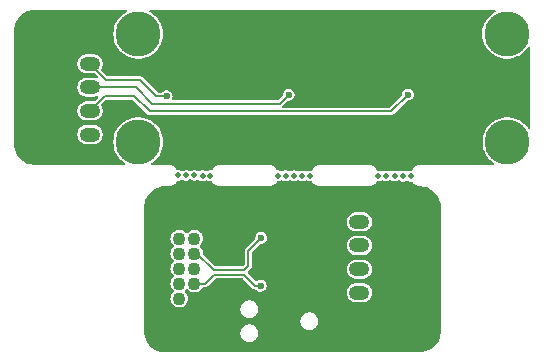
<source format=gbr>
%TF.GenerationSoftware,KiCad,Pcbnew,8.0.3*%
%TF.CreationDate,2025-09-30T21:19:19-04:00*%
%TF.ProjectId,NewHallSensorsLimitSwitches,4e657748-616c-46c5-9365-6e736f72734c,rev?*%
%TF.SameCoordinates,Original*%
%TF.FileFunction,Copper,L2,Bot*%
%TF.FilePolarity,Positive*%
%FSLAX46Y46*%
G04 Gerber Fmt 4.6, Leading zero omitted, Abs format (unit mm)*
G04 Created by KiCad (PCBNEW 8.0.3) date 2025-09-30 21:19:19*
%MOMM*%
%LPD*%
G01*
G04 APERTURE LIST*
G04 Aperture macros list*
%AMRoundRect*
0 Rectangle with rounded corners*
0 $1 Rounding radius*
0 $2 $3 $4 $5 $6 $7 $8 $9 X,Y pos of 4 corners*
0 Add a 4 corners polygon primitive as box body*
4,1,4,$2,$3,$4,$5,$6,$7,$8,$9,$2,$3,0*
0 Add four circle primitives for the rounded corners*
1,1,$1+$1,$2,$3*
1,1,$1+$1,$4,$5*
1,1,$1+$1,$6,$7*
1,1,$1+$1,$8,$9*
0 Add four rect primitives between the rounded corners*
20,1,$1+$1,$2,$3,$4,$5,0*
20,1,$1+$1,$4,$5,$6,$7,0*
20,1,$1+$1,$6,$7,$8,$9,0*
20,1,$1+$1,$8,$9,$2,$3,0*%
G04 Aperture macros list end*
%TA.AperFunction,ComponentPad*%
%ADD10RoundRect,0.250000X-0.625000X0.350000X-0.625000X-0.350000X0.625000X-0.350000X0.625000X0.350000X0*%
%TD*%
%TA.AperFunction,ComponentPad*%
%ADD11O,1.750000X1.200000*%
%TD*%
%TA.AperFunction,ComponentPad*%
%ADD12C,3.800000*%
%TD*%
%TA.AperFunction,ComponentPad*%
%ADD13RoundRect,0.250000X0.625000X-0.350000X0.625000X0.350000X-0.625000X0.350000X-0.625000X-0.350000X0*%
%TD*%
%TA.AperFunction,ComponentPad*%
%ADD14C,1.100000*%
%TD*%
%TA.AperFunction,ViaPad*%
%ADD15C,0.500000*%
%TD*%
%TA.AperFunction,ViaPad*%
%ADD16C,0.600000*%
%TD*%
%TA.AperFunction,Conductor*%
%ADD17C,0.200000*%
%TD*%
G04 APERTURE END LIST*
D10*
%TO.P,Je1,1,Pin_1*%
%TO.N,+5V*%
X146040000Y-106010000D03*
D11*
%TO.P,Je1,2,Pin_2*%
%TO.N,/Out_1*%
X146040000Y-108010000D03*
%TO.P,Je1,3,Pin_3*%
%TO.N,/Out_2*%
X146040000Y-110010000D03*
%TO.P,Je1,4,Pin_4*%
%TO.N,/Out_3*%
X146040000Y-112010000D03*
%TO.P,Je1,5,Pin_5*%
%TO.N,GND*%
X146040000Y-114010000D03*
%TD*%
D12*
%TO.P,H8,1*%
%TO.N,N/C*%
X181375000Y-114660000D03*
%TD*%
%TO.P,H8,1*%
%TO.N,N/C*%
X150125000Y-114650000D03*
%TD*%
D13*
%TO.P,Je2,1,Pin_1*%
%TO.N,GND*%
X168855000Y-129405000D03*
D11*
%TO.P,Je2,2,Pin_2*%
%TO.N,/Hall_3*%
X168855000Y-127405000D03*
%TO.P,Je2,3,Pin_3*%
%TO.N,/Hall_2*%
X168855000Y-125405000D03*
%TO.P,Je2,4,Pin_4*%
%TO.N,/Hall_1*%
X168855000Y-123405000D03*
%TO.P,Je2,5,Pin_5*%
%TO.N,+5V*%
X168855000Y-121405000D03*
%TD*%
D14*
%TO.P,J3,1,Pin_1*%
%TO.N,N/C*%
X153605000Y-122815000D03*
%TO.P,J3,2,Pin_2*%
%TO.N,+5V*%
X154875000Y-122815000D03*
%TO.P,J3,3,Pin_3*%
%TO.N,N/C*%
X153605000Y-124085000D03*
%TO.P,J3,4,Pin_4*%
%TO.N,/F_lim_dig*%
X154875000Y-124085000D03*
%TO.P,J3,5,Pin_5*%
%TO.N,N/C*%
X153605000Y-125355000D03*
%TO.P,J3,6,Pin_6*%
X154875000Y-125355000D03*
%TO.P,J3,7,Pin_7*%
X153605000Y-126625000D03*
%TO.P,J3,8,Pin_8*%
%TO.N,/R_lim_dig*%
X154875000Y-126625000D03*
%TO.P,J3,9,Pin_9*%
%TO.N,N/C*%
X153605000Y-127895000D03*
%TO.P,J3,10,Pin_10*%
%TO.N,GND*%
X154875000Y-127895000D03*
%TD*%
D12*
%TO.P,H7,1*%
%TO.N,N/C*%
X150120000Y-105500000D03*
%TD*%
%TO.P,H7,1*%
%TO.N,N/C*%
X181350000Y-105480000D03*
%TD*%
D15*
%TO.N,*%
X153499997Y-117475000D03*
X163324997Y-117500000D03*
X162599997Y-117500000D03*
X171099997Y-117525000D03*
X161949994Y-117500000D03*
X172524997Y-117550000D03*
X154150000Y-117475000D03*
X164024997Y-117525000D03*
X170449994Y-117525000D03*
X171824997Y-117525000D03*
X164675000Y-117525000D03*
X154875000Y-117475000D03*
X156225003Y-117500000D03*
X173175000Y-117550000D03*
X155575000Y-117500000D03*
D16*
%TO.N,GND*%
X158075000Y-129745000D03*
X160415000Y-121005000D03*
X160375000Y-124905000D03*
X165905000Y-126335000D03*
%TO.N,+5V*%
X164850000Y-106975000D03*
X154250000Y-110805000D03*
X164580000Y-110745000D03*
X154340000Y-107005000D03*
X174870000Y-107005000D03*
X174650000Y-110755000D03*
%TO.N,/Out_1*%
X152520000Y-110775000D03*
%TO.N,/Out_2*%
X162850000Y-110650000D03*
%TO.N,/Out_3*%
X172960000Y-110630000D03*
%TO.N,/R_lim_dig*%
X160485000Y-126815000D03*
%TO.N,/F_lim_dig*%
X160535000Y-122765000D03*
%TD*%
D17*
%TO.N,/Out_1*%
X147400000Y-109370000D02*
X146040000Y-108010000D01*
X152520000Y-110775000D02*
X151665000Y-110775000D01*
X151665000Y-110775000D02*
X150260000Y-109370000D01*
X150260000Y-109370000D02*
X147400000Y-109370000D01*
%TO.N,/Out_2*%
X151280000Y-111400000D02*
X149890000Y-110010000D01*
X153996471Y-111400000D02*
X151280000Y-111400000D01*
X154001471Y-111405000D02*
X153996471Y-111400000D01*
X162850000Y-110650000D02*
X162095000Y-111405000D01*
X162095000Y-111405000D02*
X154001471Y-111405000D01*
X149890000Y-110010000D02*
X146040000Y-110010000D01*
%TO.N,/Out_3*%
X147300000Y-110750000D02*
X146040000Y-112010000D01*
X145960000Y-111970000D02*
X145920000Y-111930000D01*
X171540000Y-112050000D02*
X151080000Y-112050000D01*
X172960000Y-110630000D02*
X171540000Y-112050000D01*
X149780000Y-110750000D02*
X147300000Y-110750000D01*
X151080000Y-112050000D02*
X149780000Y-110750000D01*
%TO.N,/R_lim_dig*%
X156515000Y-125875000D02*
X155765000Y-126625000D01*
X159095000Y-125875000D02*
X156515000Y-125875000D01*
X160035000Y-126815000D02*
X159095000Y-125875000D01*
X155765000Y-126625000D02*
X154875000Y-126625000D01*
X160485000Y-126815000D02*
X160035000Y-126815000D01*
%TO.N,/F_lim_dig*%
X156525000Y-125475000D02*
X155135000Y-124085000D01*
X159105000Y-125475000D02*
X156525000Y-125475000D01*
X160535000Y-122765000D02*
X159435000Y-123865000D01*
X155135000Y-124085000D02*
X154875000Y-124085000D01*
X159435000Y-123865000D02*
X159435000Y-125145000D01*
X159435000Y-125145000D02*
X159105000Y-125475000D01*
%TD*%
%TA.AperFunction,Conductor*%
%TO.N,+5V*%
G36*
X180349157Y-103469633D02*
G01*
X180385132Y-103519125D01*
X180385145Y-103580310D01*
X180349192Y-103629818D01*
X180342423Y-103634325D01*
X180135861Y-103759939D01*
X180135847Y-103759949D01*
X179912952Y-103941287D01*
X179912951Y-103941288D01*
X179912948Y-103941291D01*
X179912947Y-103941292D01*
X179866623Y-103990893D01*
X179716810Y-104151303D01*
X179716805Y-104151309D01*
X179551098Y-104386065D01*
X179418895Y-104641204D01*
X179360716Y-104804903D01*
X179343674Y-104852859D01*
X179322665Y-104911972D01*
X179264203Y-105193308D01*
X179264201Y-105193317D01*
X179244592Y-105479996D01*
X179244592Y-105480003D01*
X179264201Y-105766682D01*
X179264202Y-105766686D01*
X179322666Y-106048032D01*
X179418896Y-106318797D01*
X179551099Y-106573936D01*
X179716811Y-106808698D01*
X179912947Y-107018708D01*
X180135853Y-107200055D01*
X180135859Y-107200059D01*
X180135861Y-107200060D01*
X180381370Y-107349358D01*
X180381382Y-107349365D01*
X180568237Y-107430526D01*
X180644942Y-107463844D01*
X180921642Y-107541371D01*
X181206322Y-107580500D01*
X181206328Y-107580500D01*
X181493672Y-107580500D01*
X181493678Y-107580500D01*
X181778358Y-107541371D01*
X182055058Y-107463844D01*
X182229183Y-107388211D01*
X182318617Y-107349365D01*
X182318620Y-107349362D01*
X182318625Y-107349361D01*
X182564147Y-107200055D01*
X182787053Y-107018708D01*
X182983189Y-106808698D01*
X183112664Y-106625271D01*
X183161664Y-106588638D01*
X183222844Y-106587802D01*
X183272831Y-106623086D01*
X183292532Y-106681013D01*
X183292541Y-106682156D01*
X183306910Y-113442361D01*
X183288126Y-113500591D01*
X183238703Y-113536660D01*
X183177518Y-113536790D01*
X183127941Y-113500932D01*
X183127030Y-113499662D01*
X183008194Y-113331309D01*
X183008193Y-113331308D01*
X183008189Y-113331302D01*
X182812053Y-113121292D01*
X182799756Y-113111288D01*
X182589152Y-112939949D01*
X182589151Y-112939948D01*
X182589147Y-112939945D01*
X182589142Y-112939942D01*
X182589138Y-112939939D01*
X182343629Y-112790641D01*
X182343617Y-112790634D01*
X182080063Y-112676158D01*
X182080061Y-112676157D01*
X182080058Y-112676156D01*
X181803358Y-112598629D01*
X181518678Y-112559500D01*
X181231322Y-112559500D01*
X180946642Y-112598629D01*
X180669942Y-112676156D01*
X180669939Y-112676156D01*
X180669936Y-112676158D01*
X180406382Y-112790634D01*
X180406370Y-112790641D01*
X180160861Y-112939939D01*
X180160847Y-112939949D01*
X179937952Y-113121287D01*
X179937951Y-113121288D01*
X179741810Y-113331303D01*
X179741805Y-113331309D01*
X179576098Y-113566065D01*
X179443895Y-113821204D01*
X179385716Y-113984903D01*
X179348777Y-114088844D01*
X179347665Y-114091972D01*
X179289203Y-114373308D01*
X179289201Y-114373317D01*
X179269592Y-114659996D01*
X179269592Y-114660003D01*
X179289201Y-114946682D01*
X179289202Y-114946686D01*
X179347666Y-115228032D01*
X179443896Y-115498797D01*
X179554087Y-115711454D01*
X179576098Y-115753934D01*
X179734746Y-115978690D01*
X179741811Y-115988698D01*
X179937947Y-116198708D01*
X180160853Y-116380055D01*
X180165793Y-116383059D01*
X180179644Y-116391482D01*
X180219540Y-116437872D01*
X180224549Y-116498852D01*
X180192758Y-116551130D01*
X180136311Y-116574738D01*
X180128605Y-116575069D01*
X174074251Y-116599499D01*
X174073852Y-116599500D01*
X173986306Y-116599500D01*
X173812334Y-116634106D01*
X173812332Y-116634106D01*
X173648455Y-116701985D01*
X173648454Y-116701985D01*
X173500965Y-116800535D01*
X173375533Y-116925967D01*
X173288982Y-117055501D01*
X173240933Y-117093381D01*
X173206667Y-117099500D01*
X173110225Y-117099500D01*
X173088124Y-117105990D01*
X173060233Y-117110000D01*
X172639764Y-117110000D01*
X172611873Y-117105990D01*
X172589771Y-117099500D01*
X172589769Y-117099500D01*
X172460225Y-117099500D01*
X172460222Y-117099500D01*
X172438121Y-117105990D01*
X172410230Y-117110000D01*
X172024908Y-117110000D01*
X171997017Y-117105990D01*
X171889771Y-117074500D01*
X171889769Y-117074500D01*
X171760225Y-117074500D01*
X171760222Y-117074500D01*
X171652977Y-117105990D01*
X171625086Y-117110000D01*
X171299908Y-117110000D01*
X171272017Y-117105990D01*
X171164771Y-117074500D01*
X171164769Y-117074500D01*
X171035225Y-117074500D01*
X171035222Y-117074500D01*
X170927977Y-117105990D01*
X170900086Y-117110000D01*
X170649905Y-117110000D01*
X170622014Y-117105990D01*
X170514768Y-117074500D01*
X170514766Y-117074500D01*
X170426629Y-117074500D01*
X170368438Y-117055593D01*
X170344314Y-117030502D01*
X170274464Y-116925965D01*
X170149034Y-116800535D01*
X170001544Y-116701985D01*
X169837666Y-116634106D01*
X169663693Y-116599500D01*
X169663691Y-116599500D01*
X169640892Y-116599500D01*
X165665892Y-116599500D01*
X165600000Y-116599500D01*
X165511309Y-116599500D01*
X165511306Y-116599500D01*
X165337334Y-116634106D01*
X165337332Y-116634106D01*
X165173455Y-116701985D01*
X165173454Y-116701985D01*
X165025965Y-116800535D01*
X164900535Y-116925965D01*
X164830553Y-117030701D01*
X164782503Y-117068580D01*
X164746852Y-117072351D01*
X164746852Y-117074500D01*
X164610225Y-117074500D01*
X164502980Y-117105990D01*
X164475089Y-117110000D01*
X164224908Y-117110000D01*
X164197017Y-117105990D01*
X164089771Y-117074500D01*
X164089769Y-117074500D01*
X163960225Y-117074500D01*
X163960222Y-117074500D01*
X163852977Y-117105990D01*
X163825086Y-117110000D01*
X163580486Y-117110000D01*
X163526963Y-117094284D01*
X163514070Y-117085998D01*
X163514067Y-117085996D01*
X163514066Y-117085996D01*
X163514063Y-117085995D01*
X163389771Y-117049500D01*
X163389769Y-117049500D01*
X163260225Y-117049500D01*
X163260222Y-117049500D01*
X163135930Y-117085995D01*
X163135923Y-117085998D01*
X163123031Y-117094284D01*
X163069508Y-117110000D01*
X162855486Y-117110000D01*
X162801963Y-117094284D01*
X162789070Y-117085998D01*
X162789067Y-117085996D01*
X162789066Y-117085996D01*
X162789063Y-117085995D01*
X162664771Y-117049500D01*
X162664769Y-117049500D01*
X162535225Y-117049500D01*
X162535222Y-117049500D01*
X162410930Y-117085995D01*
X162410923Y-117085998D01*
X162398031Y-117094284D01*
X162344508Y-117110000D01*
X162205483Y-117110000D01*
X162151960Y-117094284D01*
X162139067Y-117085998D01*
X162139064Y-117085996D01*
X162139063Y-117085996D01*
X162139060Y-117085995D01*
X162014768Y-117049500D01*
X162014766Y-117049500D01*
X161934925Y-117049500D01*
X161876734Y-117030593D01*
X161852610Y-117005502D01*
X161799464Y-116925965D01*
X161674034Y-116800535D01*
X161526544Y-116701985D01*
X161362666Y-116634106D01*
X161188693Y-116599500D01*
X161188691Y-116599500D01*
X161165892Y-116599500D01*
X157190892Y-116599500D01*
X157125000Y-116599500D01*
X157036309Y-116599500D01*
X157036306Y-116599500D01*
X156862334Y-116634106D01*
X156862332Y-116634106D01*
X156698455Y-116701985D01*
X156698454Y-116701985D01*
X156550962Y-116800537D01*
X156425535Y-116925965D01*
X156372390Y-117005502D01*
X156324340Y-117043381D01*
X156290075Y-117049500D01*
X156160228Y-117049500D01*
X156035936Y-117085995D01*
X156035929Y-117085998D01*
X156023037Y-117094284D01*
X155969514Y-117110000D01*
X155830489Y-117110000D01*
X155776966Y-117094284D01*
X155764073Y-117085998D01*
X155764070Y-117085996D01*
X155764069Y-117085996D01*
X155764066Y-117085995D01*
X155639774Y-117049500D01*
X155639772Y-117049500D01*
X155510228Y-117049500D01*
X155510225Y-117049500D01*
X155385933Y-117085995D01*
X155385926Y-117085998D01*
X155373034Y-117094284D01*
X155319511Y-117110000D01*
X155169389Y-117110000D01*
X155115867Y-117094284D01*
X155064069Y-117060996D01*
X155045668Y-117055593D01*
X154939774Y-117024500D01*
X154939772Y-117024500D01*
X154810228Y-117024500D01*
X154810225Y-117024500D01*
X154685933Y-117060995D01*
X154685930Y-117060996D01*
X154674130Y-117068580D01*
X154634132Y-117094284D01*
X154580611Y-117110000D01*
X154444389Y-117110000D01*
X154390867Y-117094284D01*
X154339069Y-117060996D01*
X154320668Y-117055593D01*
X154214774Y-117024500D01*
X154214772Y-117024500D01*
X154085228Y-117024500D01*
X154085225Y-117024500D01*
X153960933Y-117060995D01*
X153960930Y-117060996D01*
X153949130Y-117068580D01*
X153909132Y-117094284D01*
X153855611Y-117110000D01*
X153794386Y-117110000D01*
X153740864Y-117094284D01*
X153689066Y-117060996D01*
X153670665Y-117055593D01*
X153564771Y-117024500D01*
X153564769Y-117024500D01*
X153443220Y-117024500D01*
X153385029Y-117005593D01*
X153360905Y-116980502D01*
X153324464Y-116925965D01*
X153199034Y-116800535D01*
X153051544Y-116701985D01*
X152887666Y-116634106D01*
X152713693Y-116599500D01*
X152713691Y-116599500D01*
X152626239Y-116599500D01*
X152625829Y-116599499D01*
X151323634Y-116594106D01*
X151265522Y-116574958D01*
X151229764Y-116525309D01*
X151230017Y-116464125D01*
X151266185Y-116414774D01*
X151272593Y-116410527D01*
X151339147Y-116370055D01*
X151562053Y-116188708D01*
X151758189Y-115978698D01*
X151923901Y-115743936D01*
X152056104Y-115488797D01*
X152152334Y-115218032D01*
X152210798Y-114936686D01*
X152230408Y-114650000D01*
X152229162Y-114631789D01*
X152219202Y-114486179D01*
X152210798Y-114363314D01*
X152152334Y-114081968D01*
X152056104Y-113811203D01*
X151923901Y-113556064D01*
X151758189Y-113321302D01*
X151562053Y-113111292D01*
X151339147Y-112929945D01*
X151339142Y-112929942D01*
X151339138Y-112929939D01*
X151093629Y-112780641D01*
X151093617Y-112780634D01*
X150830063Y-112666158D01*
X150830061Y-112666157D01*
X150830058Y-112666156D01*
X150553358Y-112588629D01*
X150268678Y-112549500D01*
X149981322Y-112549500D01*
X149696642Y-112588629D01*
X149696638Y-112588629D01*
X149696638Y-112588630D01*
X149620646Y-112609921D01*
X149419942Y-112666156D01*
X149419939Y-112666156D01*
X149419936Y-112666158D01*
X149156382Y-112780634D01*
X149156370Y-112780641D01*
X148910861Y-112929939D01*
X148910847Y-112929949D01*
X148687952Y-113111287D01*
X148687951Y-113111288D01*
X148687948Y-113111291D01*
X148687947Y-113111292D01*
X148678608Y-113121292D01*
X148491810Y-113321303D01*
X148491805Y-113321309D01*
X148326098Y-113556065D01*
X148193895Y-113811204D01*
X148097665Y-114081972D01*
X148039203Y-114363308D01*
X148039201Y-114363317D01*
X148019592Y-114649996D01*
X148019592Y-114650003D01*
X148039201Y-114936682D01*
X148039202Y-114936686D01*
X148097666Y-115218032D01*
X148193896Y-115488797D01*
X148326099Y-115743936D01*
X148415313Y-115870324D01*
X148483800Y-115967350D01*
X148491811Y-115978698D01*
X148687947Y-116188708D01*
X148687951Y-116188711D01*
X148687952Y-116188712D01*
X148910847Y-116370050D01*
X148910850Y-116370053D01*
X148910852Y-116370054D01*
X148910853Y-116370055D01*
X148965304Y-116403167D01*
X149005198Y-116449556D01*
X149010207Y-116510536D01*
X148978416Y-116562814D01*
X148921969Y-116586422D01*
X148913654Y-116586754D01*
X141584379Y-116571243D01*
X141566527Y-116569581D01*
X141555344Y-116567506D01*
X141513684Y-116570773D01*
X141505739Y-116571076D01*
X141464099Y-116570989D01*
X141463967Y-116570989D01*
X141463966Y-116570989D01*
X141457534Y-116571822D01*
X141457459Y-116571243D01*
X141444147Y-116573035D01*
X141253702Y-116574609D01*
X141239874Y-116573753D01*
X141012858Y-116543660D01*
X140999285Y-116540883D01*
X140778686Y-116479390D01*
X140765633Y-116474745D01*
X140555780Y-116383059D01*
X140543504Y-116376638D01*
X140348502Y-116256553D01*
X140337242Y-116248480D01*
X140265124Y-116188712D01*
X140160913Y-116102347D01*
X140150903Y-116092795D01*
X139996692Y-115923467D01*
X139988108Y-115912601D01*
X139859054Y-115723417D01*
X139852066Y-115711454D01*
X139750687Y-115506109D01*
X139745438Y-115493288D01*
X139673715Y-115275793D01*
X139670308Y-115262364D01*
X139629653Y-115037000D01*
X139628153Y-115023227D01*
X139625210Y-114946682D01*
X139619373Y-114794832D01*
X139619300Y-114791029D01*
X139619300Y-114781109D01*
X139619349Y-114777979D01*
X139619479Y-114773861D01*
X139621133Y-114721586D01*
X139621132Y-114721580D01*
X139620490Y-114715127D01*
X139620776Y-114715098D01*
X139619296Y-114702305D01*
X139619294Y-114660003D01*
X139619261Y-113931155D01*
X144964500Y-113931155D01*
X144964500Y-114088844D01*
X144995263Y-114243496D01*
X144995263Y-114243498D01*
X145055603Y-114389174D01*
X145055609Y-114389185D01*
X145108312Y-114468059D01*
X145143211Y-114520289D01*
X145254711Y-114631789D01*
X145332876Y-114684017D01*
X145385814Y-114719390D01*
X145385825Y-114719396D01*
X145439638Y-114741685D01*
X145531503Y-114779737D01*
X145686158Y-114810500D01*
X145686159Y-114810500D01*
X146393841Y-114810500D01*
X146393842Y-114810500D01*
X146548497Y-114779737D01*
X146694179Y-114719394D01*
X146825289Y-114631789D01*
X146936789Y-114520289D01*
X147024394Y-114389179D01*
X147084737Y-114243497D01*
X147115500Y-114088842D01*
X147115500Y-113931158D01*
X147084737Y-113776503D01*
X147024394Y-113630821D01*
X147024393Y-113630819D01*
X147024390Y-113630814D01*
X146981125Y-113566064D01*
X146936789Y-113499711D01*
X146825289Y-113388211D01*
X146773059Y-113353312D01*
X146694185Y-113300609D01*
X146694174Y-113300603D01*
X146548497Y-113240263D01*
X146393844Y-113209500D01*
X146393842Y-113209500D01*
X145686158Y-113209500D01*
X145686155Y-113209500D01*
X145531503Y-113240263D01*
X145531501Y-113240263D01*
X145385825Y-113300603D01*
X145385814Y-113300609D01*
X145254711Y-113388211D01*
X145254707Y-113388214D01*
X145143214Y-113499707D01*
X145143211Y-113499711D01*
X145055609Y-113630814D01*
X145055603Y-113630825D01*
X144995263Y-113776501D01*
X144995263Y-113776503D01*
X144964500Y-113931155D01*
X139619261Y-113931155D01*
X139618989Y-107931155D01*
X144964500Y-107931155D01*
X144964500Y-108088844D01*
X144995263Y-108243496D01*
X144995263Y-108243498D01*
X145055603Y-108389174D01*
X145055609Y-108389185D01*
X145108312Y-108468059D01*
X145143211Y-108520289D01*
X145254711Y-108631789D01*
X145332876Y-108684017D01*
X145385814Y-108719390D01*
X145385825Y-108719396D01*
X145439638Y-108741685D01*
X145531503Y-108779737D01*
X145686158Y-108810500D01*
X145686159Y-108810500D01*
X146374521Y-108810500D01*
X146432712Y-108829407D01*
X146444525Y-108839496D01*
X146703225Y-109098196D01*
X146731002Y-109152713D01*
X146721431Y-109213145D01*
X146678166Y-109256410D01*
X146617734Y-109265981D01*
X146595336Y-109259664D01*
X146548497Y-109240263D01*
X146393844Y-109209500D01*
X146393842Y-109209500D01*
X145686158Y-109209500D01*
X145686155Y-109209500D01*
X145531503Y-109240263D01*
X145531501Y-109240263D01*
X145385825Y-109300603D01*
X145385814Y-109300609D01*
X145254711Y-109388211D01*
X145254707Y-109388214D01*
X145143214Y-109499707D01*
X145143211Y-109499711D01*
X145055609Y-109630814D01*
X145055603Y-109630825D01*
X144995263Y-109776501D01*
X144995263Y-109776503D01*
X144964500Y-109931155D01*
X144964500Y-110088844D01*
X144995263Y-110243496D01*
X144995263Y-110243498D01*
X145055603Y-110389174D01*
X145055609Y-110389185D01*
X145093241Y-110445504D01*
X145143211Y-110520289D01*
X145254711Y-110631789D01*
X145332876Y-110684017D01*
X145385814Y-110719390D01*
X145385825Y-110719396D01*
X145415704Y-110731772D01*
X145531503Y-110779737D01*
X145686158Y-110810500D01*
X145686159Y-110810500D01*
X146393841Y-110810500D01*
X146393842Y-110810500D01*
X146548497Y-110779737D01*
X146595336Y-110760335D01*
X146656329Y-110755534D01*
X146708499Y-110787502D01*
X146731915Y-110844030D01*
X146717632Y-110903525D01*
X146703224Y-110921802D01*
X146444524Y-111180503D01*
X146390007Y-111208281D01*
X146374520Y-111209500D01*
X145686155Y-111209500D01*
X145531503Y-111240263D01*
X145531501Y-111240263D01*
X145385825Y-111300603D01*
X145385814Y-111300609D01*
X145254711Y-111388211D01*
X145254707Y-111388214D01*
X145143214Y-111499707D01*
X145143211Y-111499711D01*
X145055609Y-111630814D01*
X145055603Y-111630825D01*
X144995263Y-111776501D01*
X144995263Y-111776503D01*
X144964500Y-111931155D01*
X144964500Y-112088844D01*
X144995263Y-112243496D01*
X144995263Y-112243498D01*
X145055603Y-112389174D01*
X145055609Y-112389185D01*
X145108312Y-112468059D01*
X145143211Y-112520289D01*
X145254711Y-112631789D01*
X145306145Y-112666156D01*
X145385814Y-112719390D01*
X145385825Y-112719396D01*
X145439638Y-112741685D01*
X145531503Y-112779737D01*
X145686158Y-112810500D01*
X145686159Y-112810500D01*
X146393841Y-112810500D01*
X146393842Y-112810500D01*
X146548497Y-112779737D01*
X146694179Y-112719394D01*
X146825289Y-112631789D01*
X146936789Y-112520289D01*
X147024394Y-112389179D01*
X147084737Y-112243497D01*
X147115500Y-112088842D01*
X147115500Y-111931158D01*
X147084737Y-111776503D01*
X147024394Y-111630821D01*
X147024394Y-111630820D01*
X147024392Y-111630818D01*
X146997337Y-111590326D01*
X146980728Y-111531438D01*
X147001906Y-111474035D01*
X147009649Y-111465321D01*
X147395475Y-111079496D01*
X147449991Y-111051719D01*
X147465478Y-111050500D01*
X149614521Y-111050500D01*
X149672712Y-111069407D01*
X149684525Y-111079496D01*
X150895489Y-112290460D01*
X150895491Y-112290461D01*
X150895492Y-112290462D01*
X150895493Y-112290463D01*
X150964008Y-112330020D01*
X150964006Y-112330020D01*
X150964010Y-112330021D01*
X150964012Y-112330022D01*
X151040438Y-112350500D01*
X151040440Y-112350500D01*
X171579563Y-112350500D01*
X171579563Y-112350499D01*
X171655989Y-112330021D01*
X171724511Y-112290460D01*
X171780460Y-112234511D01*
X172855474Y-111159495D01*
X172909991Y-111131719D01*
X172925478Y-111130500D01*
X173031959Y-111130500D01*
X173031961Y-111130500D01*
X173170053Y-111089953D01*
X173291128Y-111012143D01*
X173385377Y-110903373D01*
X173445165Y-110772457D01*
X173459683Y-110671483D01*
X173465647Y-110630002D01*
X173465647Y-110629997D01*
X173445165Y-110487543D01*
X173401922Y-110392855D01*
X173385377Y-110356627D01*
X173291128Y-110247857D01*
X173291127Y-110247856D01*
X173291126Y-110247855D01*
X173170057Y-110170049D01*
X173170054Y-110170047D01*
X173170053Y-110170047D01*
X173170050Y-110170046D01*
X173031964Y-110129500D01*
X173031961Y-110129500D01*
X172888039Y-110129500D01*
X172888035Y-110129500D01*
X172749949Y-110170046D01*
X172749942Y-110170049D01*
X172628873Y-110247855D01*
X172534622Y-110356628D01*
X172474834Y-110487543D01*
X172454353Y-110629997D01*
X172454353Y-110630003D01*
X172457441Y-110651482D01*
X172447007Y-110711771D01*
X172429453Y-110735574D01*
X171444525Y-111720504D01*
X171390008Y-111748281D01*
X171374521Y-111749500D01*
X162414479Y-111749500D01*
X162356288Y-111730593D01*
X162320324Y-111681093D01*
X162320324Y-111619907D01*
X162344475Y-111580497D01*
X162745473Y-111179497D01*
X162799990Y-111151719D01*
X162815477Y-111150500D01*
X162921959Y-111150500D01*
X162921961Y-111150500D01*
X163060053Y-111109953D01*
X163181128Y-111032143D01*
X163275377Y-110923373D01*
X163335165Y-110792457D01*
X163345506Y-110720534D01*
X163355647Y-110650002D01*
X163355647Y-110649997D01*
X163335165Y-110507543D01*
X163326031Y-110487543D01*
X163275377Y-110376627D01*
X163181128Y-110267857D01*
X163181127Y-110267856D01*
X163181126Y-110267855D01*
X163060057Y-110190049D01*
X163060054Y-110190047D01*
X163060053Y-110190047D01*
X163060050Y-110190046D01*
X162921964Y-110149500D01*
X162921961Y-110149500D01*
X162778039Y-110149500D01*
X162778035Y-110149500D01*
X162639949Y-110190046D01*
X162639942Y-110190049D01*
X162518873Y-110267855D01*
X162424622Y-110376628D01*
X162364834Y-110507543D01*
X162344353Y-110649996D01*
X162344353Y-110649997D01*
X162344353Y-110650000D01*
X162347442Y-110671483D01*
X162337007Y-110731772D01*
X162319453Y-110755574D01*
X161999526Y-111075503D01*
X161945009Y-111103281D01*
X161929522Y-111104500D01*
X154067727Y-111104500D01*
X154042105Y-111101127D01*
X154036033Y-111099500D01*
X154036032Y-111099500D01*
X153076076Y-111099500D01*
X153017885Y-111080593D01*
X152981921Y-111031093D01*
X152981921Y-110969907D01*
X152986023Y-110959374D01*
X153005165Y-110917458D01*
X153005165Y-110917456D01*
X153025647Y-110775002D01*
X153025647Y-110774997D01*
X153005165Y-110632543D01*
X152953901Y-110520292D01*
X152945377Y-110501627D01*
X152851128Y-110392857D01*
X152851127Y-110392856D01*
X152851126Y-110392855D01*
X152730057Y-110315049D01*
X152730054Y-110315047D01*
X152730053Y-110315047D01*
X152730050Y-110315046D01*
X152591964Y-110274500D01*
X152591961Y-110274500D01*
X152448039Y-110274500D01*
X152448035Y-110274500D01*
X152309949Y-110315046D01*
X152309942Y-110315049D01*
X152188876Y-110392854D01*
X152188871Y-110392858D01*
X152147736Y-110440331D01*
X152095340Y-110471927D01*
X152072917Y-110474500D01*
X151830479Y-110474500D01*
X151772288Y-110455593D01*
X151760475Y-110445504D01*
X151246126Y-109931155D01*
X150444511Y-109129540D01*
X150444508Y-109129538D01*
X150375992Y-109089980D01*
X150375988Y-109089978D01*
X150299564Y-109069500D01*
X150299562Y-109069500D01*
X147565479Y-109069500D01*
X147507288Y-109050593D01*
X147495475Y-109040504D01*
X147009648Y-108554677D01*
X146981871Y-108500160D01*
X146991442Y-108439728D01*
X146997325Y-108429688D01*
X147024394Y-108389179D01*
X147084737Y-108243497D01*
X147115500Y-108088842D01*
X147115500Y-107931158D01*
X147084737Y-107776503D01*
X147024394Y-107630821D01*
X147024393Y-107630819D01*
X147024390Y-107630814D01*
X146977988Y-107561370D01*
X146936789Y-107499711D01*
X146825289Y-107388211D01*
X146767146Y-107349361D01*
X146694185Y-107300609D01*
X146694174Y-107300603D01*
X146548497Y-107240263D01*
X146393844Y-107209500D01*
X146393842Y-107209500D01*
X145686158Y-107209500D01*
X145686155Y-107209500D01*
X145531503Y-107240263D01*
X145531501Y-107240263D01*
X145385825Y-107300603D01*
X145385814Y-107300609D01*
X145254711Y-107388211D01*
X145254707Y-107388214D01*
X145143214Y-107499707D01*
X145143211Y-107499711D01*
X145055609Y-107630814D01*
X145055603Y-107630825D01*
X144995263Y-107776501D01*
X144995263Y-107776503D01*
X144964500Y-107931155D01*
X139618989Y-107931155D01*
X139618875Y-105423950D01*
X139620538Y-105405883D01*
X139622493Y-105395347D01*
X139622494Y-105395344D01*
X139619173Y-105353019D01*
X139618871Y-105345320D01*
X139618870Y-105302885D01*
X139618869Y-105302883D01*
X139618023Y-105296457D01*
X139618706Y-105296366D01*
X139616958Y-105283530D01*
X139615390Y-105093698D01*
X139616246Y-105079876D01*
X139635852Y-104931972D01*
X139646339Y-104852854D01*
X139649114Y-104839292D01*
X139710610Y-104618680D01*
X139715254Y-104605633D01*
X139759149Y-104505166D01*
X139806943Y-104395773D01*
X139813357Y-104383511D01*
X139933452Y-104188492D01*
X139941512Y-104177250D01*
X140087659Y-104000905D01*
X140097197Y-103990910D01*
X140266539Y-103836686D01*
X140277398Y-103828108D01*
X140466582Y-103699054D01*
X140478545Y-103692066D01*
X140530198Y-103666565D01*
X140683893Y-103590685D01*
X140696708Y-103585438D01*
X140914212Y-103513713D01*
X140927628Y-103510309D01*
X141153004Y-103469652D01*
X141166766Y-103468153D01*
X141395123Y-103459375D01*
X141398843Y-103459303D01*
X141408930Y-103459301D01*
X141412036Y-103459349D01*
X141468414Y-103461133D01*
X141468422Y-103461131D01*
X141474871Y-103460489D01*
X141474898Y-103460769D01*
X141487725Y-103459283D01*
X149082549Y-103457611D01*
X149140744Y-103476506D01*
X149176719Y-103525998D01*
X149176732Y-103587183D01*
X149140779Y-103636691D01*
X149134010Y-103641198D01*
X148905861Y-103779939D01*
X148905847Y-103779949D01*
X148682952Y-103961287D01*
X148682951Y-103961288D01*
X148486810Y-104171303D01*
X148486805Y-104171309D01*
X148321098Y-104406065D01*
X148188895Y-104661204D01*
X148092665Y-104931972D01*
X148034203Y-105213308D01*
X148034201Y-105213317D01*
X148014592Y-105499996D01*
X148014592Y-105500003D01*
X148034201Y-105786682D01*
X148034202Y-105786686D01*
X148092666Y-106068032D01*
X148188896Y-106338797D01*
X148321099Y-106593936D01*
X148382564Y-106681013D01*
X148472693Y-106808698D01*
X148486811Y-106828698D01*
X148682947Y-107038708D01*
X148905853Y-107220055D01*
X148905859Y-107220059D01*
X148905861Y-107220060D01*
X149151370Y-107369358D01*
X149151382Y-107369365D01*
X149338237Y-107450526D01*
X149414942Y-107483844D01*
X149691642Y-107561371D01*
X149976322Y-107600500D01*
X149976328Y-107600500D01*
X150263672Y-107600500D01*
X150263678Y-107600500D01*
X150548358Y-107561371D01*
X150825058Y-107483844D01*
X150986351Y-107413784D01*
X151088617Y-107369365D01*
X151088620Y-107369362D01*
X151088625Y-107369361D01*
X151334147Y-107220055D01*
X151557053Y-107038708D01*
X151753189Y-106828698D01*
X151918901Y-106593936D01*
X152051104Y-106338797D01*
X152147334Y-106068032D01*
X152205798Y-105786686D01*
X152225408Y-105500000D01*
X152218249Y-105395347D01*
X152205798Y-105213317D01*
X152205798Y-105213314D01*
X152147334Y-104931968D01*
X152051104Y-104661203D01*
X151918901Y-104406064D01*
X151753189Y-104171302D01*
X151557053Y-103961292D01*
X151532463Y-103941287D01*
X151334152Y-103779949D01*
X151334151Y-103779948D01*
X151334147Y-103779945D01*
X151334142Y-103779942D01*
X151334138Y-103779939D01*
X151105238Y-103640741D01*
X151065343Y-103594352D01*
X151060334Y-103533371D01*
X151092125Y-103481094D01*
X151148573Y-103457486D01*
X151156637Y-103457154D01*
X180290964Y-103450738D01*
X180349157Y-103469633D01*
G37*
%TD.AperFunction*%
%TD*%
%TA.AperFunction,Conductor*%
%TO.N,GND*%
G36*
X154563617Y-117809333D02*
G01*
X154576319Y-117818561D01*
X154681323Y-117886043D01*
X154685931Y-117889004D01*
X154810228Y-117925500D01*
X154810230Y-117925500D01*
X154939770Y-117925500D01*
X154939772Y-117925500D01*
X155064069Y-117889004D01*
X155153795Y-117831340D01*
X155212968Y-117815786D01*
X155269985Y-117837985D01*
X155272146Y-117839804D01*
X155276950Y-117843967D01*
X155385926Y-117914001D01*
X155385931Y-117914004D01*
X155510228Y-117950500D01*
X155510230Y-117950500D01*
X155639770Y-117950500D01*
X155639772Y-117950500D01*
X155764069Y-117914004D01*
X155846478Y-117861042D01*
X155905653Y-117845488D01*
X155953524Y-117861043D01*
X156035929Y-117914001D01*
X156035934Y-117914004D01*
X156160231Y-117950500D01*
X156160233Y-117950500D01*
X156290075Y-117950500D01*
X156348266Y-117969407D01*
X156372390Y-117994498D01*
X156425535Y-118074034D01*
X156425536Y-118074035D01*
X156550965Y-118199464D01*
X156698453Y-118298013D01*
X156862334Y-118365894D01*
X157036309Y-118400500D01*
X157036310Y-118400500D01*
X161188690Y-118400500D01*
X161188691Y-118400500D01*
X161362666Y-118365894D01*
X161526547Y-118298013D01*
X161674035Y-118199464D01*
X161799464Y-118074035D01*
X161852609Y-117994497D01*
X161900659Y-117956619D01*
X161934924Y-117950500D01*
X162014764Y-117950500D01*
X162014766Y-117950500D01*
X162139063Y-117914004D01*
X162221472Y-117861042D01*
X162280647Y-117845488D01*
X162328518Y-117861043D01*
X162410923Y-117914001D01*
X162410928Y-117914004D01*
X162535225Y-117950500D01*
X162535227Y-117950500D01*
X162664767Y-117950500D01*
X162664769Y-117950500D01*
X162789066Y-117914004D01*
X162878792Y-117856341D01*
X162904003Y-117840139D01*
X162904751Y-117841303D01*
X162954018Y-117820479D01*
X163013614Y-117834333D01*
X163026316Y-117843561D01*
X163131320Y-117911043D01*
X163135928Y-117914004D01*
X163260225Y-117950500D01*
X163260227Y-117950500D01*
X163389767Y-117950500D01*
X163389769Y-117950500D01*
X163514066Y-117914004D01*
X163603792Y-117856340D01*
X163662965Y-117840786D01*
X163719982Y-117862985D01*
X163722143Y-117864804D01*
X163726947Y-117868967D01*
X163835923Y-117939001D01*
X163835928Y-117939004D01*
X163960225Y-117975500D01*
X163960227Y-117975500D01*
X164089767Y-117975500D01*
X164089769Y-117975500D01*
X164214066Y-117939004D01*
X164296475Y-117886042D01*
X164355650Y-117870488D01*
X164403521Y-117886043D01*
X164485926Y-117939001D01*
X164485931Y-117939004D01*
X164610228Y-117975500D01*
X164610230Y-117975500D01*
X164739771Y-117975500D01*
X164739772Y-117975500D01*
X164749328Y-117972694D01*
X164810487Y-117974437D01*
X164858942Y-118011797D01*
X164859539Y-118012680D01*
X164900535Y-118074034D01*
X164900536Y-118074035D01*
X165025965Y-118199464D01*
X165173453Y-118298013D01*
X165337334Y-118365894D01*
X165511309Y-118400500D01*
X165511310Y-118400500D01*
X169663690Y-118400500D01*
X169663691Y-118400500D01*
X169837666Y-118365894D01*
X170001547Y-118298013D01*
X170149035Y-118199464D01*
X170274464Y-118074035D01*
X170286282Y-118056346D01*
X170310905Y-118019498D01*
X170358955Y-117981619D01*
X170393220Y-117975500D01*
X170514764Y-117975500D01*
X170514766Y-117975500D01*
X170639063Y-117939004D01*
X170721472Y-117886042D01*
X170780647Y-117870488D01*
X170828518Y-117886043D01*
X170910923Y-117939001D01*
X170910928Y-117939004D01*
X171035225Y-117975500D01*
X171035227Y-117975500D01*
X171164767Y-117975500D01*
X171164769Y-117975500D01*
X171289066Y-117939004D01*
X171366869Y-117889003D01*
X171404003Y-117865139D01*
X171404751Y-117866303D01*
X171454018Y-117845479D01*
X171513614Y-117859333D01*
X171526316Y-117868561D01*
X171633489Y-117937437D01*
X171635928Y-117939004D01*
X171760225Y-117975500D01*
X171760227Y-117975500D01*
X171889767Y-117975500D01*
X171889769Y-117975500D01*
X172014066Y-117939004D01*
X172103792Y-117881340D01*
X172162965Y-117865786D01*
X172219982Y-117887985D01*
X172222143Y-117889804D01*
X172226947Y-117893967D01*
X172335923Y-117964001D01*
X172335928Y-117964004D01*
X172460225Y-118000500D01*
X172460227Y-118000500D01*
X172589767Y-118000500D01*
X172589769Y-118000500D01*
X172714066Y-117964004D01*
X172796475Y-117911042D01*
X172855650Y-117895488D01*
X172903521Y-117911043D01*
X172985926Y-117964001D01*
X172985931Y-117964004D01*
X173110228Y-118000500D01*
X173110230Y-118000500D01*
X173239770Y-118000500D01*
X173239772Y-118000500D01*
X173242390Y-117999731D01*
X173244668Y-117999795D01*
X173246783Y-117999492D01*
X173246835Y-117999857D01*
X173303549Y-118001472D01*
X173352006Y-118038830D01*
X173352540Y-118039620D01*
X173375536Y-118074035D01*
X173500965Y-118199464D01*
X173648453Y-118298013D01*
X173812334Y-118365894D01*
X173986309Y-118400500D01*
X174056802Y-118400500D01*
X174066912Y-118401017D01*
X174298813Y-118424826D01*
X174312719Y-118427266D01*
X174539175Y-118483928D01*
X174552596Y-118488324D01*
X174768689Y-118576656D01*
X174781339Y-118582915D01*
X174982660Y-118701118D01*
X174994279Y-118709108D01*
X175074248Y-118772955D01*
X175176712Y-118854763D01*
X175187098Y-118864346D01*
X175346921Y-119034481D01*
X175355837Y-119045445D01*
X175489810Y-119236604D01*
X175497073Y-119248724D01*
X175514862Y-119283882D01*
X175602465Y-119457013D01*
X175607929Y-119470046D01*
X175682591Y-119691220D01*
X175686143Y-119704897D01*
X175728553Y-119934439D01*
X175730122Y-119948484D01*
X175739369Y-120180549D01*
X175739448Y-120184491D01*
X175739448Y-120195161D01*
X175739399Y-120198287D01*
X175737617Y-120254667D01*
X175738261Y-120261121D01*
X175737974Y-120261149D01*
X175739452Y-120273937D01*
X175739874Y-130452287D01*
X175738213Y-130470352D01*
X175736257Y-130480892D01*
X175739575Y-130523203D01*
X175739878Y-130530939D01*
X175739879Y-130573361D01*
X175740727Y-130579796D01*
X175740044Y-130579885D01*
X175741789Y-130592717D01*
X175743353Y-130782532D01*
X175742497Y-130796360D01*
X175712399Y-131023378D01*
X175709622Y-131036950D01*
X175648126Y-131257550D01*
X175643481Y-131270602D01*
X175551794Y-131480454D01*
X175545375Y-131492726D01*
X175425283Y-131687735D01*
X175417215Y-131698988D01*
X175271086Y-131875311D01*
X175261522Y-131885333D01*
X175092203Y-132039538D01*
X175081332Y-132048127D01*
X174892155Y-132177178D01*
X174880192Y-132184166D01*
X174674838Y-132285551D01*
X174662017Y-132290799D01*
X174444535Y-132362520D01*
X174431106Y-132365928D01*
X174205737Y-132406588D01*
X174191964Y-132408088D01*
X173963970Y-132416856D01*
X173960269Y-132416929D01*
X173949651Y-132416940D01*
X173946422Y-132416891D01*
X173890324Y-132415118D01*
X173883872Y-132415762D01*
X173883847Y-132415511D01*
X173870879Y-132417015D01*
X152602516Y-132437338D01*
X152584356Y-132435676D01*
X152574095Y-132433771D01*
X152531518Y-132437110D01*
X152523877Y-132437413D01*
X152481170Y-132437454D01*
X152474743Y-132438307D01*
X152474647Y-132437588D01*
X152462014Y-132439305D01*
X152272457Y-132440867D01*
X152258629Y-132440011D01*
X152031614Y-132409912D01*
X152018041Y-132407135D01*
X151797439Y-132345637D01*
X151784387Y-132340992D01*
X151574532Y-132249302D01*
X151562257Y-132242881D01*
X151455566Y-132177178D01*
X151367254Y-132122793D01*
X151356001Y-132114725D01*
X151322291Y-132086788D01*
X151179671Y-131968590D01*
X151169652Y-131959028D01*
X151015455Y-131789716D01*
X151006866Y-131778847D01*
X150877799Y-131589647D01*
X150870824Y-131577704D01*
X150769438Y-131372350D01*
X150764191Y-131359534D01*
X150748323Y-131311419D01*
X150692466Y-131142043D01*
X150689059Y-131128619D01*
X150672520Y-131036950D01*
X150648398Y-130903247D01*
X150646898Y-130889475D01*
X150642015Y-130762542D01*
X158769200Y-130762542D01*
X158769200Y-130909457D01*
X158797860Y-131053541D01*
X158797860Y-131053543D01*
X158854078Y-131189266D01*
X158854078Y-131189267D01*
X158882498Y-131231799D01*
X158935699Y-131311420D01*
X159039580Y-131415301D01*
X159161731Y-131496920D01*
X159297458Y-131553140D01*
X159441545Y-131581800D01*
X159441547Y-131581800D01*
X159588453Y-131581800D01*
X159588455Y-131581800D01*
X159732542Y-131553140D01*
X159868269Y-131496920D01*
X159990420Y-131415301D01*
X160094301Y-131311420D01*
X160175920Y-131189269D01*
X160232140Y-131053542D01*
X160260800Y-130909455D01*
X160260800Y-130762545D01*
X160232140Y-130618458D01*
X160175921Y-130482733D01*
X160175921Y-130482732D01*
X160155578Y-130452287D01*
X160094301Y-130360580D01*
X159990420Y-130256699D01*
X159868269Y-130175080D01*
X159868268Y-130175079D01*
X159868266Y-130175078D01*
X159732542Y-130118860D01*
X159588457Y-130090200D01*
X159588455Y-130090200D01*
X159441545Y-130090200D01*
X159441542Y-130090200D01*
X159297458Y-130118860D01*
X159297456Y-130118860D01*
X159161733Y-130175078D01*
X159161732Y-130175078D01*
X159039580Y-130256699D01*
X159039576Y-130256702D01*
X158935702Y-130360576D01*
X158935699Y-130360580D01*
X158854078Y-130482732D01*
X158854078Y-130482733D01*
X158797860Y-130618456D01*
X158797860Y-130618458D01*
X158769200Y-130762542D01*
X150642015Y-130762542D01*
X150638108Y-130660982D01*
X150638036Y-130657263D01*
X150638036Y-130647329D01*
X150638085Y-130644209D01*
X150639867Y-130587835D01*
X150639865Y-130587827D01*
X150639223Y-130581378D01*
X150639512Y-130581349D01*
X150638032Y-130568568D01*
X150637998Y-129746542D01*
X163849200Y-129746542D01*
X163849200Y-129893457D01*
X163877860Y-130037541D01*
X163877860Y-130037543D01*
X163934078Y-130173266D01*
X163934078Y-130173267D01*
X163974749Y-130234134D01*
X164015699Y-130295420D01*
X164119580Y-130399301D01*
X164241731Y-130480920D01*
X164241732Y-130480920D01*
X164241733Y-130480921D01*
X164246108Y-130482733D01*
X164377458Y-130537140D01*
X164521545Y-130565800D01*
X164521547Y-130565800D01*
X164668453Y-130565800D01*
X164668455Y-130565800D01*
X164812542Y-130537140D01*
X164948269Y-130480920D01*
X165070420Y-130399301D01*
X165174301Y-130295420D01*
X165255920Y-130173269D01*
X165312140Y-130037542D01*
X165340800Y-129893455D01*
X165340800Y-129746545D01*
X165312140Y-129602458D01*
X165255921Y-129466733D01*
X165255921Y-129466732D01*
X165235585Y-129436298D01*
X165174301Y-129344580D01*
X165070420Y-129240699D01*
X164948269Y-129159080D01*
X164948268Y-129159079D01*
X164948266Y-129159078D01*
X164812542Y-129102860D01*
X164668457Y-129074200D01*
X164668455Y-129074200D01*
X164521545Y-129074200D01*
X164521542Y-129074200D01*
X164377458Y-129102860D01*
X164377456Y-129102860D01*
X164241733Y-129159078D01*
X164241732Y-129159078D01*
X164119580Y-129240699D01*
X164119576Y-129240702D01*
X164015702Y-129344576D01*
X164015699Y-129344580D01*
X163934078Y-129466732D01*
X163934078Y-129466733D01*
X163877860Y-129602456D01*
X163877860Y-129602458D01*
X163849200Y-129746542D01*
X150637998Y-129746542D01*
X150637956Y-128730542D01*
X158769200Y-128730542D01*
X158769200Y-128877457D01*
X158797860Y-129021541D01*
X158797860Y-129021543D01*
X158854078Y-129157266D01*
X158854078Y-129157267D01*
X158894749Y-129218134D01*
X158935699Y-129279420D01*
X159039580Y-129383301D01*
X159161731Y-129464920D01*
X159161732Y-129464920D01*
X159161733Y-129464921D01*
X159166108Y-129466733D01*
X159297458Y-129521140D01*
X159441545Y-129549800D01*
X159441547Y-129549800D01*
X159588453Y-129549800D01*
X159588455Y-129549800D01*
X159732542Y-129521140D01*
X159868269Y-129464920D01*
X159990420Y-129383301D01*
X160094301Y-129279420D01*
X160175920Y-129157269D01*
X160232140Y-129021542D01*
X160260800Y-128877455D01*
X160260800Y-128730545D01*
X160232140Y-128586458D01*
X160175921Y-128450733D01*
X160175921Y-128450732D01*
X160155585Y-128420298D01*
X160094301Y-128328580D01*
X159990420Y-128224699D01*
X159868269Y-128143080D01*
X159868268Y-128143079D01*
X159868266Y-128143078D01*
X159732542Y-128086860D01*
X159588457Y-128058200D01*
X159588455Y-128058200D01*
X159441545Y-128058200D01*
X159441542Y-128058200D01*
X159297458Y-128086860D01*
X159297456Y-128086860D01*
X159161733Y-128143078D01*
X159161732Y-128143078D01*
X159039580Y-128224699D01*
X159039576Y-128224702D01*
X158935702Y-128328576D01*
X158935699Y-128328580D01*
X158854078Y-128450732D01*
X158854078Y-128450733D01*
X158797860Y-128586456D01*
X158797860Y-128586458D01*
X158769200Y-128730542D01*
X150637956Y-128730542D01*
X150637711Y-122814995D01*
X152849751Y-122814995D01*
X152849751Y-122815004D01*
X152868685Y-122983053D01*
X152868688Y-122983065D01*
X152924544Y-123142690D01*
X152924544Y-123142691D01*
X153014520Y-123285886D01*
X153014523Y-123285890D01*
X153108631Y-123379998D01*
X153136407Y-123434513D01*
X153126836Y-123494945D01*
X153108632Y-123520000D01*
X153014523Y-123614110D01*
X153014520Y-123614113D01*
X152924544Y-123757308D01*
X152924544Y-123757309D01*
X152868688Y-123916934D01*
X152868685Y-123916946D01*
X152849751Y-124084995D01*
X152849751Y-124085004D01*
X152868685Y-124253053D01*
X152868688Y-124253065D01*
X152924544Y-124412690D01*
X152924544Y-124412691D01*
X153014520Y-124555886D01*
X153014523Y-124555890D01*
X153108631Y-124649998D01*
X153136407Y-124704513D01*
X153126836Y-124764945D01*
X153108632Y-124790000D01*
X153014523Y-124884110D01*
X153014520Y-124884113D01*
X152924544Y-125027308D01*
X152924544Y-125027309D01*
X152868688Y-125186934D01*
X152868685Y-125186946D01*
X152849751Y-125354995D01*
X152849751Y-125355004D01*
X152868685Y-125523053D01*
X152868688Y-125523065D01*
X152924544Y-125682690D01*
X152924544Y-125682691D01*
X153014520Y-125825886D01*
X153014523Y-125825890D01*
X153108631Y-125919998D01*
X153136407Y-125974513D01*
X153126836Y-126034945D01*
X153108632Y-126060000D01*
X153054243Y-126114390D01*
X153014520Y-126154113D01*
X152924544Y-126297308D01*
X152924544Y-126297309D01*
X152868688Y-126456934D01*
X152868685Y-126456946D01*
X152849751Y-126624995D01*
X152849751Y-126625004D01*
X152868685Y-126793053D01*
X152868688Y-126793065D01*
X152924544Y-126952690D01*
X152924544Y-126952691D01*
X153014520Y-127095886D01*
X153014523Y-127095890D01*
X153108631Y-127189998D01*
X153136407Y-127244513D01*
X153126836Y-127304945D01*
X153108632Y-127330000D01*
X153058384Y-127380249D01*
X153014520Y-127424113D01*
X152924544Y-127567308D01*
X152924544Y-127567309D01*
X152868688Y-127726934D01*
X152868685Y-127726946D01*
X152849751Y-127894995D01*
X152849751Y-127895004D01*
X152868685Y-128063053D01*
X152868688Y-128063065D01*
X152924544Y-128222690D01*
X152924544Y-128222691D01*
X152991079Y-128328580D01*
X153014523Y-128365890D01*
X153134110Y-128485477D01*
X153277310Y-128575456D01*
X153341232Y-128597823D01*
X153436934Y-128631311D01*
X153436938Y-128631312D01*
X153436941Y-128631313D01*
X153436942Y-128631313D01*
X153436946Y-128631314D01*
X153604996Y-128650249D01*
X153605000Y-128650249D01*
X153605004Y-128650249D01*
X153773053Y-128631314D01*
X153773055Y-128631313D01*
X153773059Y-128631313D01*
X153932690Y-128575456D01*
X154075890Y-128485477D01*
X154195477Y-128365890D01*
X154285456Y-128222690D01*
X154341313Y-128063059D01*
X154341314Y-128063053D01*
X154360249Y-127895004D01*
X154360249Y-127894995D01*
X154341314Y-127726946D01*
X154341311Y-127726934D01*
X154318480Y-127661690D01*
X154285456Y-127567310D01*
X154195477Y-127424110D01*
X154101368Y-127330001D01*
X154073593Y-127275487D01*
X154083164Y-127215055D01*
X154101367Y-127189999D01*
X154169998Y-127121368D01*
X154224513Y-127093593D01*
X154284945Y-127103164D01*
X154310000Y-127121367D01*
X154404110Y-127215477D01*
X154404112Y-127215478D01*
X154404113Y-127215479D01*
X154546496Y-127304945D01*
X154547310Y-127305456D01*
X154606465Y-127326155D01*
X154706934Y-127361311D01*
X154706938Y-127361312D01*
X154706941Y-127361313D01*
X154706942Y-127361313D01*
X154706946Y-127361314D01*
X154874996Y-127380249D01*
X154875000Y-127380249D01*
X154875004Y-127380249D01*
X155043053Y-127361314D01*
X155043055Y-127361313D01*
X155043059Y-127361313D01*
X155143535Y-127326155D01*
X167779500Y-127326155D01*
X167779500Y-127483844D01*
X167810263Y-127638496D01*
X167810263Y-127638498D01*
X167870603Y-127784174D01*
X167870609Y-127784185D01*
X167923312Y-127863059D01*
X167958211Y-127915289D01*
X168069711Y-128026789D01*
X168116721Y-128058200D01*
X168200814Y-128114390D01*
X168200825Y-128114396D01*
X168254638Y-128136685D01*
X168346503Y-128174737D01*
X168501158Y-128205500D01*
X168501159Y-128205500D01*
X169208841Y-128205500D01*
X169208842Y-128205500D01*
X169363497Y-128174737D01*
X169509179Y-128114394D01*
X169640289Y-128026789D01*
X169751789Y-127915289D01*
X169839394Y-127784179D01*
X169899737Y-127638497D01*
X169930500Y-127483842D01*
X169930500Y-127326158D01*
X169899737Y-127171503D01*
X169839394Y-127025821D01*
X169839393Y-127025819D01*
X169839390Y-127025814D01*
X169803318Y-126971829D01*
X169751789Y-126894711D01*
X169640289Y-126783211D01*
X169588059Y-126748312D01*
X169509185Y-126695609D01*
X169509174Y-126695603D01*
X169363497Y-126635263D01*
X169208844Y-126604500D01*
X169208842Y-126604500D01*
X168501158Y-126604500D01*
X168501155Y-126604500D01*
X168346503Y-126635263D01*
X168346501Y-126635263D01*
X168200825Y-126695603D01*
X168200814Y-126695609D01*
X168069711Y-126783211D01*
X168069707Y-126783214D01*
X167958214Y-126894707D01*
X167958211Y-126894711D01*
X167870609Y-127025814D01*
X167870603Y-127025825D01*
X167810263Y-127171501D01*
X167810263Y-127171503D01*
X167779500Y-127326155D01*
X155143535Y-127326155D01*
X155202690Y-127305456D01*
X155345890Y-127215477D01*
X155465477Y-127095890D01*
X155543430Y-126971828D01*
X155590399Y-126932617D01*
X155627256Y-126925500D01*
X155804563Y-126925500D01*
X155804563Y-126925499D01*
X155880989Y-126905021D01*
X155949511Y-126865460D01*
X156005460Y-126809511D01*
X156610475Y-126204496D01*
X156664992Y-126176719D01*
X156680479Y-126175500D01*
X158929521Y-126175500D01*
X158987712Y-126194407D01*
X158999525Y-126204496D01*
X159850489Y-127055460D01*
X159850491Y-127055461D01*
X159850492Y-127055462D01*
X159850493Y-127055463D01*
X159919008Y-127095020D01*
X159919006Y-127095020D01*
X159919010Y-127095021D01*
X159919012Y-127095022D01*
X159995438Y-127115500D01*
X160037917Y-127115500D01*
X160096108Y-127134407D01*
X160112733Y-127149667D01*
X160153872Y-127197143D01*
X160274947Y-127274953D01*
X160378832Y-127305456D01*
X160413035Y-127315499D01*
X160413036Y-127315499D01*
X160413039Y-127315500D01*
X160413041Y-127315500D01*
X160556959Y-127315500D01*
X160556961Y-127315500D01*
X160695053Y-127274953D01*
X160816128Y-127197143D01*
X160910377Y-127088373D01*
X160970165Y-126957457D01*
X160990647Y-126815000D01*
X160987493Y-126793065D01*
X160970165Y-126672543D01*
X160910377Y-126541627D01*
X160816128Y-126432857D01*
X160816127Y-126432856D01*
X160816126Y-126432855D01*
X160695057Y-126355049D01*
X160695054Y-126355047D01*
X160695053Y-126355047D01*
X160695050Y-126355046D01*
X160556964Y-126314500D01*
X160556961Y-126314500D01*
X160413039Y-126314500D01*
X160413035Y-126314500D01*
X160274949Y-126355046D01*
X160274942Y-126355049D01*
X160174693Y-126419475D01*
X160115518Y-126435030D01*
X160058501Y-126412831D01*
X160051166Y-126406195D01*
X159394974Y-125750003D01*
X159367197Y-125695486D01*
X159376768Y-125635054D01*
X159394972Y-125609998D01*
X159675460Y-125329511D01*
X159677398Y-125326155D01*
X167779500Y-125326155D01*
X167779500Y-125483844D01*
X167810263Y-125638496D01*
X167810263Y-125638498D01*
X167870603Y-125784174D01*
X167870609Y-125784185D01*
X167898476Y-125825890D01*
X167958211Y-125915289D01*
X168069711Y-126026789D01*
X168119421Y-126060004D01*
X168200814Y-126114390D01*
X168200825Y-126114396D01*
X168254638Y-126136685D01*
X168346503Y-126174737D01*
X168501158Y-126205500D01*
X168501159Y-126205500D01*
X169208841Y-126205500D01*
X169208842Y-126205500D01*
X169363497Y-126174737D01*
X169509179Y-126114394D01*
X169640289Y-126026789D01*
X169751789Y-125915289D01*
X169839394Y-125784179D01*
X169899737Y-125638497D01*
X169930500Y-125483842D01*
X169930500Y-125326158D01*
X169899737Y-125171503D01*
X169879622Y-125122942D01*
X169839396Y-125025825D01*
X169839390Y-125025814D01*
X169792051Y-124954967D01*
X169751789Y-124894711D01*
X169640289Y-124783211D01*
X169588059Y-124748312D01*
X169509185Y-124695609D01*
X169509174Y-124695603D01*
X169363497Y-124635263D01*
X169208844Y-124604500D01*
X169208842Y-124604500D01*
X168501158Y-124604500D01*
X168501155Y-124604500D01*
X168346503Y-124635263D01*
X168346501Y-124635263D01*
X168200825Y-124695603D01*
X168200814Y-124695609D01*
X168069711Y-124783211D01*
X168069707Y-124783214D01*
X167958214Y-124894707D01*
X167958211Y-124894711D01*
X167870609Y-125025814D01*
X167870603Y-125025825D01*
X167810263Y-125171501D01*
X167810263Y-125171503D01*
X167779500Y-125326155D01*
X159677398Y-125326155D01*
X159706387Y-125275943D01*
X159715021Y-125260989D01*
X159735500Y-125184562D01*
X159735500Y-124030478D01*
X159754407Y-123972287D01*
X159764490Y-123960480D01*
X160398814Y-123326155D01*
X167779500Y-123326155D01*
X167779500Y-123483844D01*
X167810263Y-123638496D01*
X167810263Y-123638498D01*
X167870603Y-123784174D01*
X167870609Y-123784185D01*
X167898172Y-123825435D01*
X167958211Y-123915289D01*
X168069711Y-124026789D01*
X168147876Y-124079017D01*
X168200814Y-124114390D01*
X168200825Y-124114396D01*
X168232112Y-124127355D01*
X168346503Y-124174737D01*
X168501158Y-124205500D01*
X168501159Y-124205500D01*
X169208841Y-124205500D01*
X169208842Y-124205500D01*
X169363497Y-124174737D01*
X169509179Y-124114394D01*
X169640289Y-124026789D01*
X169751789Y-123915289D01*
X169839394Y-123784179D01*
X169899737Y-123638497D01*
X169930500Y-123483842D01*
X169930500Y-123326158D01*
X169899737Y-123171503D01*
X169844593Y-123038373D01*
X169839396Y-123025825D01*
X169839390Y-123025814D01*
X169804017Y-122972876D01*
X169751789Y-122894711D01*
X169640289Y-122783211D01*
X169588059Y-122748312D01*
X169509185Y-122695609D01*
X169509174Y-122695603D01*
X169363497Y-122635263D01*
X169208844Y-122604500D01*
X169208842Y-122604500D01*
X168501158Y-122604500D01*
X168501155Y-122604500D01*
X168346503Y-122635263D01*
X168346501Y-122635263D01*
X168200825Y-122695603D01*
X168200814Y-122695609D01*
X168069711Y-122783211D01*
X168069707Y-122783214D01*
X167958214Y-122894707D01*
X167958211Y-122894711D01*
X167870609Y-123025814D01*
X167870603Y-123025825D01*
X167810263Y-123171501D01*
X167810263Y-123171503D01*
X167779500Y-123326155D01*
X160398814Y-123326155D01*
X160430474Y-123294495D01*
X160484991Y-123266719D01*
X160500478Y-123265500D01*
X160606959Y-123265500D01*
X160606961Y-123265500D01*
X160745053Y-123224953D01*
X160866128Y-123147143D01*
X160960377Y-123038373D01*
X161020165Y-122907457D01*
X161033459Y-122814995D01*
X161040647Y-122765002D01*
X161040647Y-122764997D01*
X161020165Y-122622543D01*
X160960377Y-122491628D01*
X160960377Y-122491627D01*
X160866128Y-122382857D01*
X160866127Y-122382856D01*
X160866126Y-122382855D01*
X160745057Y-122305049D01*
X160745054Y-122305047D01*
X160745053Y-122305047D01*
X160745050Y-122305046D01*
X160606964Y-122264500D01*
X160606961Y-122264500D01*
X160463039Y-122264500D01*
X160463035Y-122264500D01*
X160324949Y-122305046D01*
X160324942Y-122305049D01*
X160203873Y-122382855D01*
X160109622Y-122491628D01*
X160049834Y-122622543D01*
X160029353Y-122764997D01*
X160029353Y-122765003D01*
X160032441Y-122786482D01*
X160022007Y-122846771D01*
X160004453Y-122870573D01*
X159250489Y-123624539D01*
X159194539Y-123680489D01*
X159154980Y-123749007D01*
X159154978Y-123749011D01*
X159134500Y-123825435D01*
X159134500Y-124979521D01*
X159115593Y-125037712D01*
X159105504Y-125049525D01*
X159009525Y-125145504D01*
X158955008Y-125173281D01*
X158939521Y-125174500D01*
X156690479Y-125174500D01*
X156632288Y-125155593D01*
X156620475Y-125145504D01*
X155656843Y-124181872D01*
X155629066Y-124127355D01*
X155628470Y-124100786D01*
X155630249Y-124085000D01*
X155630249Y-124084996D01*
X155630249Y-124084995D01*
X155611314Y-123916946D01*
X155611311Y-123916934D01*
X155579294Y-123825435D01*
X155555456Y-123757310D01*
X155550241Y-123749011D01*
X155465479Y-123614113D01*
X155465478Y-123614112D01*
X155465477Y-123614110D01*
X155371368Y-123520001D01*
X155343593Y-123465487D01*
X155353164Y-123405055D01*
X155371367Y-123379999D01*
X155465477Y-123285890D01*
X155555456Y-123142690D01*
X155611313Y-122983059D01*
X155611314Y-122983053D01*
X155630249Y-122815004D01*
X155630249Y-122814995D01*
X155611314Y-122646946D01*
X155611311Y-122646934D01*
X155588480Y-122581690D01*
X155555456Y-122487310D01*
X155489823Y-122382857D01*
X155465479Y-122344113D01*
X155465478Y-122344112D01*
X155465477Y-122344110D01*
X155345890Y-122224523D01*
X155345887Y-122224521D01*
X155345886Y-122224520D01*
X155202691Y-122134544D01*
X155043065Y-122078688D01*
X155043053Y-122078685D01*
X154875004Y-122059751D01*
X154874996Y-122059751D01*
X154706946Y-122078685D01*
X154706934Y-122078688D01*
X154547309Y-122134544D01*
X154547308Y-122134544D01*
X154404113Y-122224520D01*
X154404110Y-122224522D01*
X154404110Y-122224523D01*
X154310001Y-122318631D01*
X154255487Y-122346407D01*
X154195055Y-122336836D01*
X154169999Y-122318632D01*
X154075890Y-122224523D01*
X154075887Y-122224521D01*
X154075886Y-122224520D01*
X153932691Y-122134544D01*
X153773065Y-122078688D01*
X153773053Y-122078685D01*
X153605004Y-122059751D01*
X153604996Y-122059751D01*
X153436946Y-122078685D01*
X153436934Y-122078688D01*
X153277309Y-122134544D01*
X153277308Y-122134544D01*
X153134113Y-122224520D01*
X153014520Y-122344113D01*
X152924544Y-122487308D01*
X152924544Y-122487309D01*
X152868688Y-122646934D01*
X152868685Y-122646946D01*
X152849751Y-122814995D01*
X150637711Y-122814995D01*
X150637649Y-121326155D01*
X167779500Y-121326155D01*
X167779500Y-121483844D01*
X167810263Y-121638496D01*
X167810263Y-121638498D01*
X167870603Y-121784174D01*
X167870609Y-121784185D01*
X167923312Y-121863059D01*
X167958211Y-121915289D01*
X168069711Y-122026789D01*
X168147379Y-122078685D01*
X168200814Y-122114390D01*
X168200825Y-122114396D01*
X168249468Y-122134544D01*
X168346503Y-122174737D01*
X168501158Y-122205500D01*
X168501159Y-122205500D01*
X169208841Y-122205500D01*
X169208842Y-122205500D01*
X169363497Y-122174737D01*
X169509179Y-122114394D01*
X169640289Y-122026789D01*
X169751789Y-121915289D01*
X169839394Y-121784179D01*
X169899737Y-121638497D01*
X169930500Y-121483842D01*
X169930500Y-121326158D01*
X169899737Y-121171503D01*
X169839394Y-121025821D01*
X169839393Y-121025819D01*
X169839390Y-121025814D01*
X169804017Y-120972876D01*
X169751789Y-120894711D01*
X169640289Y-120783211D01*
X169588059Y-120748312D01*
X169509185Y-120695609D01*
X169509174Y-120695603D01*
X169363497Y-120635263D01*
X169208844Y-120604500D01*
X169208842Y-120604500D01*
X168501158Y-120604500D01*
X168501155Y-120604500D01*
X168346503Y-120635263D01*
X168346501Y-120635263D01*
X168200825Y-120695603D01*
X168200814Y-120695609D01*
X168069711Y-120783211D01*
X168069707Y-120783214D01*
X167958214Y-120894707D01*
X167958211Y-120894711D01*
X167870609Y-121025814D01*
X167870603Y-121025825D01*
X167810263Y-121171501D01*
X167810263Y-121171503D01*
X167779500Y-121326155D01*
X150637649Y-121326155D01*
X150637609Y-120360198D01*
X150639271Y-120342135D01*
X150641228Y-120331596D01*
X150637907Y-120289262D01*
X150637605Y-120281567D01*
X150637605Y-120239123D01*
X150636757Y-120232687D01*
X150637438Y-120232597D01*
X150635695Y-120219761D01*
X150635492Y-120195161D01*
X150634132Y-120029954D01*
X150634988Y-120016129D01*
X150643957Y-119948484D01*
X150665089Y-119789102D01*
X150667861Y-119775552D01*
X150729365Y-119554928D01*
X150734002Y-119541899D01*
X150825698Y-119332029D01*
X150832114Y-119319763D01*
X150952212Y-119124745D01*
X150960265Y-119113513D01*
X151106415Y-118937163D01*
X151115961Y-118927161D01*
X151285287Y-118772951D01*
X151296141Y-118764373D01*
X151485357Y-118635295D01*
X151497289Y-118628327D01*
X151702654Y-118526935D01*
X151715455Y-118521694D01*
X151932959Y-118449965D01*
X151946372Y-118446560D01*
X152171754Y-118405897D01*
X152185521Y-118404398D01*
X152418473Y-118395436D01*
X152425355Y-118395413D01*
X152487165Y-118397367D01*
X152487168Y-118397366D01*
X152490484Y-118397471D01*
X152496058Y-118397267D01*
X152540919Y-118398452D01*
X152552606Y-118400150D01*
X152552672Y-118399652D01*
X152559105Y-118400499D01*
X152559108Y-118400500D01*
X152617089Y-118400500D01*
X152619705Y-118400535D01*
X152677643Y-118402066D01*
X152677644Y-118402065D01*
X152677651Y-118402066D01*
X152677657Y-118402064D01*
X152684100Y-118401389D01*
X152684152Y-118401887D01*
X152695884Y-118400500D01*
X152713690Y-118400500D01*
X152713691Y-118400500D01*
X152887666Y-118365894D01*
X153051547Y-118298013D01*
X153199035Y-118199464D01*
X153324464Y-118074035D01*
X153387808Y-117979235D01*
X153394314Y-117969498D01*
X153442364Y-117931619D01*
X153476629Y-117925500D01*
X153564767Y-117925500D01*
X153564769Y-117925500D01*
X153689066Y-117889004D01*
X153771475Y-117836042D01*
X153830650Y-117820488D01*
X153878521Y-117836043D01*
X153959345Y-117887985D01*
X153960931Y-117889004D01*
X154085228Y-117925500D01*
X154085230Y-117925500D01*
X154214770Y-117925500D01*
X154214772Y-117925500D01*
X154339069Y-117889004D01*
X154428795Y-117831341D01*
X154454006Y-117815139D01*
X154454754Y-117816303D01*
X154504021Y-117795479D01*
X154563617Y-117809333D01*
G37*
%TD.AperFunction*%
%TD*%
M02*

</source>
